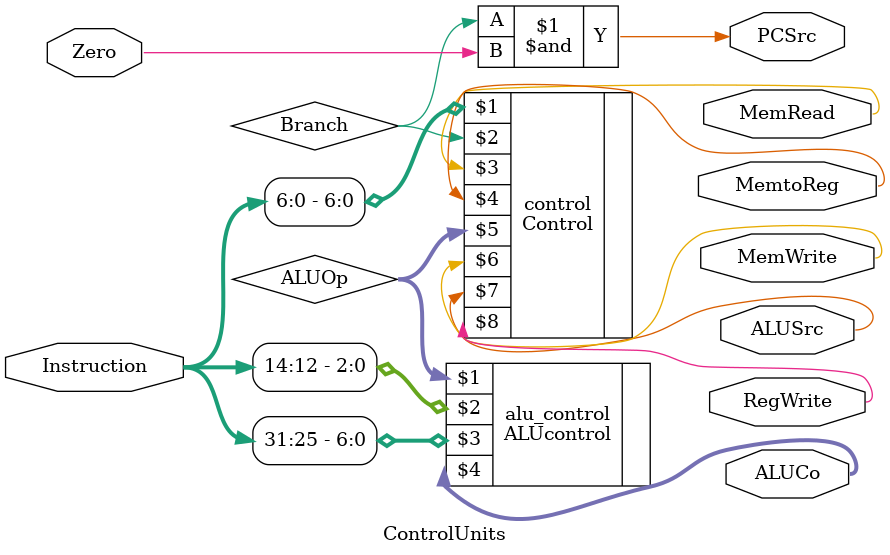
<source format=v>
`include "control.v"
`include "alucontrol.v"

module ControlUnits(Instruction, Zero, MemRead, MemtoReg, MemWrite, ALUSrc, RegWrite, ALUCo, PCSrc);
	input [31:0] Instruction;
	input Zero;
	output MemRead, MemtoReg, MemWrite, ALUSrc, RegWrite, PCSrc;
	output [3:0] ALUCo;

	wire Branch;
	wire [1:0] ALUOp;

	Control control(Instruction[6:0], Branch, MemRead, MemtoReg, ALUOp, MemWrite, ALUSrc, RegWrite);
	ALUcontrol alu_control(ALUOp, Instruction[14:12], Instruction[31:25], ALUCo);

	assign PCSrc = Branch & Zero;
endmodule

</source>
